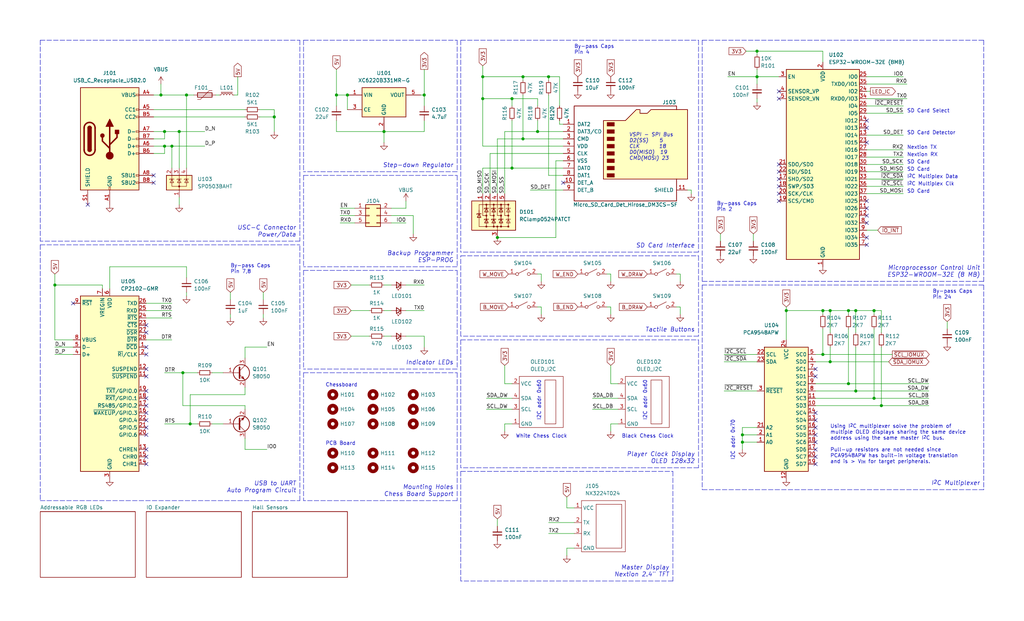
<source format=kicad_sch>
(kicad_sch (version 20211123) (generator eeschema)
  (paper "USLegal")
  (title_block (title "Chess Board IOT") (date "2022-10-17") (rev "A") (company "Butler Electronics") (comment 1 "Design by Joshua Butler, MD, MHI"))
  (junction (at 190.5 26.67))
  (junction (at 288.29 125.73))
  (junction (at 273.05 107.95))
  (junction (at 172.72 82.55))
  (junction (at 181.61 48.26))
  (junction (at 285.75 107.95))
  (junction (at 57.15 50.8))
  (junction (at 294.64 107.95))
  (junction (at 55.88 33.02))
  (junction (at 116.84 33.02))
  (junction (at 186.69 45.72))
  (junction (at 95.25 40.64))
  (junction (at 177.8 34.29))
  (junction (at 64.77 33.02))
  (junction (at 306.07 140.97))
  (junction (at 303.53 107.95))
  (junction (at 147.32 33.02))
  (junction (at 297.18 107.95))
  (junction (at 62.23 45.72))
  (junction (at 294.64 133.35))
  (junction (at 181.61 26.67))
  (junction (at 288.29 107.95))
  (junction (at 120.65 33.02))
  (junction (at 63.5 129.54))
  (junction (at 57.15 45.72))
  (junction (at 297.18 135.89))
  (junction (at 262.89 17.78))
  (junction (at 177.8 58.42))
  (junction (at 133.35 45.72))
  (junction (at 167.64 34.29))
  (junction (at 66.04 147.32))
  (junction (at 262.89 26.67))
  (junction (at 257.81 153.67))
  (junction (at 19.05 99.06))
  (junction (at 257.81 151.13))
  (junction (at 167.64 26.67))
  (junction (at 303.53 138.43))
  (junction (at 59.69 50.8))
  (junction (at 285.75 123.19))
  (no_connect (at 283.21 146.05))
  (no_connect (at 270.51 31.75))
  (no_connect (at 270.51 34.29))
  (no_connect (at 300.99 69.85))
  (no_connect (at 300.99 77.47))
  (no_connect (at 283.21 130.81))
  (no_connect (at 270.51 57.15))
  (no_connect (at 283.21 128.27))
  (no_connect (at 300.99 49.53))
  (no_connect (at 270.51 59.69))
  (no_connect (at 300.99 41.91))
  (no_connect (at 283.21 151.13))
  (no_connect (at 270.51 69.85))
  (no_connect (at 283.21 143.51))
  (no_connect (at 300.99 72.39))
  (no_connect (at 300.99 74.93))
  (no_connect (at 270.51 67.31))
  (no_connect (at 53.34 63.5))
  (no_connect (at 53.34 60.96))
  (no_connect (at 283.21 158.75))
  (no_connect (at 283.21 161.29))
  (no_connect (at 195.58 63.5))
  (no_connect (at 283.21 148.59))
  (no_connect (at 283.21 153.67))
  (no_connect (at 270.51 62.23))
  (no_connect (at 50.8 128.27))
  (no_connect (at 50.8 151.13))
  (no_connect (at 50.8 146.05))
  (no_connect (at 50.8 143.51))
  (no_connect (at 50.8 148.59))
  (no_connect (at 50.8 158.75))
  (no_connect (at 50.8 156.21))
  (no_connect (at 50.8 161.29))
  (no_connect (at 50.8 138.43))
  (no_connect (at 50.8 135.89))
  (no_connect (at 50.8 140.97))
  (no_connect (at 50.8 130.81))
  (no_connect (at 25.4 105.41))
  (no_connect (at 50.8 123.19))
  (no_connect (at 50.8 120.65))
  (no_connect (at 50.8 113.03))
  (no_connect (at 50.8 115.57))
  (no_connect (at 30.48 71.12))
  (no_connect (at 300.99 85.09))
  (no_connect (at 300.99 44.45))
  (no_connect (at 270.51 64.77))
  (no_connect (at 283.21 156.21))
  (no_connect (at 300.99 82.55))
  (polyline (pts (xy 13.97 173.99) (xy 104.14 173.99)))
  (wire (pts (xy 121.92 99.06) (xy 128.27 99.06)))
  (wire (pts (xy 63.5 140.97) (xy 63.5 129.54)))
  (wire (pts (xy 195.58 60.96) (xy 190.5 60.96)))
  (wire (pts (xy 175.26 147.32) (xy 175.26 149.86)))
  (wire (pts (xy 283.21 135.89) (xy 297.18 135.89)))
  (wire (pts (xy 66.04 147.32) (xy 68.58 147.32)))
  (wire (pts (xy 177.8 41.91) (xy 177.8 58.42)))
  (wire (pts (xy 300.99 59.69) (xy 313.69 59.69)))
  (wire (pts (xy 262.89 24.13) (xy 262.89 26.67)))
  (wire (pts (xy 262.89 34.29) (xy 262.89 35.56)))
  (polyline (pts (xy 160.02 13.97) (xy 160.02 87.63)))
  (wire (pts (xy 167.64 22.86) (xy 167.64 26.67)))
  (wire (pts (xy 85.09 124.46) (xy 85.09 120.65)))
  (polyline (pts (xy 158.75 173.99) (xy 105.41 173.99)))
  (wire (pts (xy 240.03 66.04) (xy 240.03 67.31)))
  (wire (pts (xy 167.64 58.42) (xy 167.64 67.31)))
  (wire (pts (xy 303.53 109.22) (xy 303.53 107.95)))
  (polyline (pts (xy 104.14 173.99) (xy 104.14 85.09)))
  (wire (pts (xy 53.34 38.1) (xy 85.09 38.1)))
  (polyline (pts (xy 160.02 118.11) (xy 160.02 162.56)))
  (wire (pts (xy 288.29 125.73) (xy 308.61 125.73)))
  (wire (pts (xy 194.31 43.18) (xy 195.58 43.18)))
  (wire (pts (xy 168.91 138.43) (xy 177.8 138.43)))
  (wire (pts (xy 283.21 140.97) (xy 306.07 140.97)))
  (wire (pts (xy 193.04 82.55) (xy 172.72 82.55)))
  (wire (pts (xy 273.05 106.68) (xy 273.05 107.95)))
  (polyline (pts (xy 242.57 88.9) (xy 242.57 116.84)))
  (polyline (pts (xy 243.84 99.06) (xy 341.63 99.06)))
  (wire (pts (xy 57.15 147.32) (xy 66.04 147.32)))
  (wire (pts (xy 147.32 41.91) (xy 147.32 45.72)))
  (wire (pts (xy 85.09 137.16) (xy 66.04 137.16)))
  (wire (pts (xy 140.97 69.85) (xy 140.97 72.39)))
  (wire (pts (xy 297.18 120.65) (xy 297.18 135.89)))
  (wire (pts (xy 186.69 41.91) (xy 186.69 45.72)))
  (wire (pts (xy 251.46 135.89) (xy 262.89 135.89)))
  (wire (pts (xy 193.04 55.88) (xy 193.04 82.55)))
  (wire (pts (xy 238.76 66.04) (xy 240.03 66.04)))
  (wire (pts (xy 297.18 107.95) (xy 297.18 115.57)))
  (wire (pts (xy 133.35 107.95) (xy 135.89 107.95)))
  (polyline (pts (xy 160.02 163.83) (xy 233.68 163.83)))
  (wire (pts (xy 328.93 111.76) (xy 328.93 114.3)))
  (wire (pts (xy 82.55 26.67) (xy 82.55 33.02)))
  (wire (pts (xy 288.29 107.95) (xy 288.29 115.57)))
  (polyline (pts (xy 105.41 13.97) (xy 105.41 59.69)))
  (wire (pts (xy 116.84 41.91) (xy 116.84 45.72)))
  (wire (pts (xy 288.29 120.65) (xy 288.29 125.73)))
  (wire (pts (xy 116.84 33.02) (xy 120.65 33.02)))
  (wire (pts (xy 212.09 127) (xy 212.09 133.35)))
  (wire (pts (xy 147.32 116.84) (xy 147.32 120.65)))
  (wire (pts (xy 118.11 74.93) (xy 123.19 74.93)))
  (polyline (pts (xy 160.02 13.97) (xy 242.57 13.97)))
  (wire (pts (xy 177.8 34.29) (xy 186.69 34.29)))
  (polyline (pts (xy 160.02 163.83) (xy 160.02 201.93)))
  (wire (pts (xy 303.53 114.3) (xy 303.53 138.43)))
  (wire (pts (xy 177.8 36.83) (xy 177.8 34.29)))
  (wire (pts (xy 177.8 147.32) (xy 175.26 147.32)))
  (wire (pts (xy 50.8 118.11) (xy 59.69 118.11)))
  (wire (pts (xy 194.31 43.18) (xy 194.31 41.91)))
  (wire (pts (xy 38.1 92.71) (xy 64.77 92.71)))
  (polyline (pts (xy 242.57 162.56) (xy 160.02 162.56)))
  (wire (pts (xy 64.77 92.71) (xy 64.77 96.52)))
  (wire (pts (xy 283.21 138.43) (xy 303.53 138.43)))
  (wire (pts (xy 294.64 133.35) (xy 322.58 133.35)))
  (wire (pts (xy 53.34 48.26) (xy 57.15 48.26)))
  (wire (pts (xy 234.95 106.68) (xy 236.22 106.68)))
  (wire (pts (xy 118.11 77.47) (xy 123.19 77.47)))
  (wire (pts (xy 143.51 74.93) (xy 143.51 81.28)))
  (wire (pts (xy 55.88 33.02) (xy 53.34 33.02)))
  (polyline (pts (xy 105.41 93.98) (xy 158.75 93.98)))
  (wire (pts (xy 283.21 125.73) (xy 288.29 125.73)))
  (wire (pts (xy 262.89 26.67) (xy 270.51 26.67)))
  (wire (pts (xy 168.91 142.24) (xy 177.8 142.24)))
  (wire (pts (xy 59.69 50.8) (xy 71.12 50.8)))
  (wire (pts (xy 190.5 33.02) (xy 190.5 60.96)))
  (wire (pts (xy 285.75 123.19) (xy 309.88 123.19)))
  (wire (pts (xy 212.09 147.32) (xy 212.09 149.86)))
  (wire (pts (xy 118.11 72.39) (xy 123.19 72.39)))
  (wire (pts (xy 273.05 107.95) (xy 273.05 118.11)))
  (wire (pts (xy 195.58 55.88) (xy 193.04 55.88)))
  (wire (pts (xy 57.15 48.26) (xy 57.15 45.72)))
  (polyline (pts (xy 160.02 116.84) (xy 160.02 88.9)))
  (wire (pts (xy 121.92 107.95) (xy 128.27 107.95)))
  (wire (pts (xy 236.22 106.68) (xy 236.22 109.22)))
  (wire (pts (xy 80.01 109.22) (xy 80.01 110.49)))
  (wire (pts (xy 147.32 33.02) (xy 147.32 36.83)))
  (wire (pts (xy 306.07 140.97) (xy 322.58 140.97)))
  (polyline (pts (xy 242.57 118.11) (xy 242.57 162.56)))
  (polyline (pts (xy 158.75 128.27) (xy 105.41 128.27)))
  (wire (pts (xy 140.97 107.95) (xy 147.32 107.95)))
  (wire (pts (xy 167.64 34.29) (xy 177.8 34.29)))
  (wire (pts (xy 38.1 92.71) (xy 38.1 100.33)))
  (wire (pts (xy 170.18 53.34) (xy 195.58 53.34)))
  (wire (pts (xy 261.62 81.28) (xy 261.62 83.82)))
  (polyline (pts (xy 243.84 13.97) (xy 243.84 97.79)))
  (polyline (pts (xy 105.41 60.96) (xy 158.75 60.96)))
  (wire (pts (xy 57.15 129.54) (xy 63.5 129.54)))
  (polyline (pts (xy 13.97 85.09) (xy 104.14 85.09)))
  (wire (pts (xy 90.17 40.64) (xy 95.25 40.64)))
  (wire (pts (xy 19.05 123.19) (xy 25.4 123.19)))
  (wire (pts (xy 288.29 107.95) (xy 294.64 107.95)))
  (polyline (pts (xy 158.75 60.96) (xy 158.75 92.71)))
  (wire (pts (xy 172.72 180.34) (xy 172.72 182.88)))
  (wire (pts (xy 91.44 109.22) (xy 91.44 110.49)))
  (wire (pts (xy 184.15 66.04) (xy 195.58 66.04)))
  (wire (pts (xy 300.99 34.29) (xy 314.96 34.29)))
  (wire (pts (xy 300.99 64.77) (xy 313.69 64.77)))
  (wire (pts (xy 59.69 50.8) (xy 59.69 58.42)))
  (polyline (pts (xy 13.97 13.97) (xy 13.97 83.82)))
  (wire (pts (xy 67.31 33.02) (xy 64.77 33.02)))
  (wire (pts (xy 205.74 142.24) (xy 214.63 142.24)))
  (wire (pts (xy 259.08 17.78) (xy 262.89 17.78)))
  (wire (pts (xy 285.75 114.3) (xy 285.75 123.19)))
  (wire (pts (xy 257.81 151.13) (xy 262.89 151.13)))
  (polyline (pts (xy 233.68 163.83) (xy 233.68 201.93)))
  (wire (pts (xy 262.89 17.78) (xy 285.75 17.78)))
  (wire (pts (xy 186.69 106.68) (xy 187.96 106.68)))
  (wire (pts (xy 19.05 120.65) (xy 25.4 120.65)))
  (wire (pts (xy 95.25 40.64) (xy 95.25 45.72)))
  (wire (pts (xy 62.23 45.72) (xy 62.23 58.42)))
  (wire (pts (xy 116.84 45.72) (xy 133.35 45.72)))
  (polyline (pts (xy 158.75 93.98) (xy 158.75 128.27)))
  (wire (pts (xy 251.46 125.73) (xy 262.89 125.73)))
  (wire (pts (xy 73.66 147.32) (xy 77.47 147.32)))
  (wire (pts (xy 172.72 48.26) (xy 172.72 67.31)))
  (wire (pts (xy 53.34 40.64) (xy 85.09 40.64)))
  (polyline (pts (xy 158.75 129.54) (xy 158.75 173.99)))
  (polyline (pts (xy 233.68 201.93) (xy 160.02 201.93)))
  (wire (pts (xy 167.64 58.42) (xy 177.8 58.42)))
  (wire (pts (xy 95.25 38.1) (xy 95.25 40.64)))
  (wire (pts (xy 300.99 57.15) (xy 313.69 57.15)))
  (wire (pts (xy 121.92 116.84) (xy 128.27 116.84)))
  (polyline (pts (xy 13.97 85.09) (xy 13.97 173.99)))
  (wire (pts (xy 262.89 26.67) (xy 262.89 29.21)))
  (wire (pts (xy 57.15 45.72) (xy 62.23 45.72)))
  (polyline (pts (xy 105.41 129.54) (xy 158.75 129.54)))
  (wire (pts (xy 116.84 33.02) (xy 116.84 36.83)))
  (wire (pts (xy 194.31 26.67) (xy 190.5 26.67)))
  (wire (pts (xy 35.56 100.33) (xy 35.56 99.06)))
  (wire (pts (xy 257.81 153.67) (xy 257.81 156.21)))
  (polyline (pts (xy 105.41 129.54) (xy 105.41 173.99)))
  (wire (pts (xy 146.05 33.02) (xy 147.32 33.02)))
  (wire (pts (xy 306.07 120.65) (xy 306.07 140.97)))
  (wire (pts (xy 262.89 17.78) (xy 262.89 19.05)))
  (wire (pts (xy 50.8 110.49) (xy 59.69 110.49)))
  (wire (pts (xy 300.99 26.67) (xy 313.69 26.67)))
  (wire (pts (xy 306.07 107.95) (xy 303.53 107.95)))
  (wire (pts (xy 57.15 50.8) (xy 59.69 50.8)))
  (wire (pts (xy 80.01 101.6) (xy 80.01 104.14)))
  (wire (pts (xy 250.19 81.28) (xy 250.19 83.82)))
  (wire (pts (xy 199.39 190.5) (xy 196.85 190.5)))
  (wire (pts (xy 55.88 29.21) (xy 55.88 33.02)))
  (wire (pts (xy 53.34 53.34) (xy 57.15 53.34)))
  (wire (pts (xy 135.89 77.47) (xy 140.97 77.47)))
  (wire (pts (xy 257.81 153.67) (xy 262.89 153.67)))
  (wire (pts (xy 66.04 137.16) (xy 66.04 147.32)))
  (wire (pts (xy 172.72 48.26) (xy 181.61 48.26)))
  (wire (pts (xy 175.26 45.72) (xy 186.69 45.72)))
  (wire (pts (xy 175.26 127) (xy 175.26 133.35)))
  (wire (pts (xy 73.66 129.54) (xy 77.47 129.54)))
  (wire (pts (xy 190.5 26.67) (xy 181.61 26.67)))
  (wire (pts (xy 57.15 53.34) (xy 57.15 50.8)))
  (wire (pts (xy 181.61 27.94) (xy 181.61 26.67)))
  (wire (pts (xy 167.64 26.67) (xy 167.64 34.29)))
  (wire (pts (xy 133.35 99.06) (xy 135.89 99.06)))
  (wire (pts (xy 300.99 36.83) (xy 313.69 36.83)))
  (wire (pts (xy 257.81 148.59) (xy 257.81 151.13)))
  (wire (pts (xy 167.64 50.8) (xy 195.58 50.8)))
  (wire (pts (xy 196.85 176.53) (xy 196.85 172.72)))
  (wire (pts (xy 297.18 107.95) (xy 303.53 107.95)))
  (wire (pts (xy 252.73 26.67) (xy 262.89 26.67)))
  (wire (pts (xy 91.44 101.6) (xy 91.44 104.14)))
  (wire (pts (xy 190.5 185.42) (xy 199.39 185.42)))
  (wire (pts (xy 300.99 67.31) (xy 313.69 67.31)))
  (wire (pts (xy 300.99 39.37) (xy 313.69 39.37)))
  (wire (pts (xy 199.39 176.53) (xy 196.85 176.53)))
  (wire (pts (xy 300.99 62.23) (xy 313.69 62.23)))
  (wire (pts (xy 196.85 190.5) (xy 196.85 193.04)))
  (polyline (pts (xy 242.57 13.97) (xy 242.57 87.63)))
  (polyline (pts (xy 243.84 13.97) (xy 341.63 13.97)))
  (wire (pts (xy 313.69 52.07) (xy 300.99 52.07)))
  (polyline (pts (xy 160.02 118.11) (xy 242.57 118.11)))
  (wire (pts (xy 76.2 33.02) (xy 74.93 33.02)))
  (polyline (pts (xy 341.63 99.06) (xy 341.63 170.18)))
  (wire (pts (xy 181.61 33.02) (xy 181.61 48.26)))
  (wire (pts (xy 294.64 109.22) (xy 294.64 107.95)))
  (polyline (pts (xy 104.14 83.82) (xy 13.97 83.82)))
  (wire (pts (xy 190.5 181.61) (xy 199.39 181.61)))
  (wire (pts (xy 273.05 107.95) (xy 285.75 107.95)))
  (wire (pts (xy 187.96 106.68) (xy 187.96 109.22)))
  (wire (pts (xy 300.99 31.75) (xy 302.26 31.75)))
  (wire (pts (xy 303.53 138.43) (xy 322.58 138.43)))
  (polyline (pts (xy 105.41 13.97) (xy 158.75 13.97)))
  (wire (pts (xy 313.69 54.61) (xy 300.99 54.61)))
  (wire (pts (xy 85.09 152.4) (xy 85.09 156.21)))
  (polyline (pts (xy 242.57 87.63) (xy 160.02 87.63)))
  (wire (pts (xy 186.69 36.83) (xy 186.69 34.29)))
  (wire (pts (xy 234.95 95.25) (xy 236.22 95.25)))
  (wire (pts (xy 236.22 95.25) (xy 236.22 97.79)))
  (polyline (pts (xy 158.75 13.97) (xy 158.75 59.69)))
  (wire (pts (xy 210.82 95.25) (xy 212.09 95.25)))
  (wire (pts (xy 194.31 36.83) (xy 194.31 26.67)))
  (wire (pts (xy 300.99 80.01) (xy 304.8 80.01)))
  (wire (pts (xy 50.8 105.41) (xy 59.69 105.41)))
  (polyline (pts (xy 242.57 116.84) (xy 160.02 116.84)))
  (wire (pts (xy 205.74 138.43) (xy 214.63 138.43)))
  (wire (pts (xy 147.32 24.13) (xy 147.32 33.02)))
  (wire (pts (xy 306.07 115.57) (xy 306.07 107.95)))
  (wire (pts (xy 170.18 53.34) (xy 170.18 67.31)))
  (wire (pts (xy 90.17 38.1) (xy 95.25 38.1)))
  (wire (pts (xy 214.63 147.32) (xy 212.09 147.32)))
  (wire (pts (xy 82.55 33.02) (xy 81.28 33.02)))
  (polyline (pts (xy 341.63 170.18) (xy 243.84 170.18)))
  (polyline (pts (xy 13.97 13.97) (xy 104.14 13.97)))
  (wire (pts (xy 212.09 95.25) (xy 212.09 97.79)))
  (wire (pts (xy 181.61 48.26) (xy 195.58 48.26)))
  (polyline (pts (xy 104.14 13.97) (xy 104.14 83.82)))
  (wire (pts (xy 19.05 118.11) (xy 25.4 118.11)))
  (polyline (pts (xy 158.75 59.69) (xy 105.41 59.69)))
  (wire (pts (xy 283.21 133.35) (xy 294.64 133.35)))
  (polyline (pts (xy 243.84 99.06) (xy 243.84 170.18)))
  (wire (pts (xy 167.64 26.67) (xy 181.61 26.67)))
  (polyline (pts (xy 105.41 60.96) (xy 105.41 92.71)))
  (wire (pts (xy 64.77 101.6) (xy 64.77 102.87)))
  (wire (pts (xy 251.46 123.19) (xy 262.89 123.19)))
  (wire (pts (xy 135.89 72.39) (xy 140.97 72.39)))
  (wire (pts (xy 177.8 133.35) (xy 175.26 133.35)))
  (wire (pts (xy 186.69 45.72) (xy 195.58 45.72)))
  (wire (pts (xy 187.96 95.25) (xy 187.96 97.79)))
  (wire (pts (xy 210.82 106.68) (xy 212.09 106.68)))
  (wire (pts (xy 297.18 107.95) (xy 294.64 107.95)))
  (wire (pts (xy 186.69 95.25) (xy 187.96 95.25)))
  (wire (pts (xy 135.89 74.93) (xy 143.51 74.93)))
  (wire (pts (xy 35.56 99.06) (xy 19.05 99.06)))
  (polyline (pts (xy 160.02 88.9) (xy 242.57 88.9)))
  (wire (pts (xy 175.26 45.72) (xy 175.26 67.31)))
  (wire (pts (xy 85.09 156.21) (xy 92.71 156.21)))
  (wire (pts (xy 62.23 45.72) (xy 71.12 45.72)))
  (wire (pts (xy 19.05 99.06) (xy 19.05 118.11)))
  (wire (pts (xy 190.5 27.94) (xy 190.5 26.67)))
  (wire (pts (xy 64.77 33.02) (xy 55.88 33.02)))
  (wire (pts (xy 53.34 45.72) (xy 57.15 45.72)))
  (wire (pts (xy 294.64 114.3) (xy 294.64 133.35)))
  (polyline (pts (xy 341.63 13.97) (xy 341.63 97.79)))
  (wire (pts (xy 63.5 129.54) (xy 68.58 129.54)))
  (wire (pts (xy 167.64 34.29) (xy 167.64 50.8)))
  (wire (pts (xy 120.65 33.02) (xy 120.65 38.1)))
  (polyline (pts (xy 158.75 92.71) (xy 105.41 92.71)))
  (wire (pts (xy 85.09 140.97) (xy 85.09 142.24)))
  (wire (pts (xy 116.84 24.13) (xy 116.84 33.02)))
  (wire (pts (xy 50.8 107.95) (xy 59.69 107.95)))
  (wire (pts (xy 300.99 46.99) (xy 313.69 46.99)))
  (wire (pts (xy 133.35 49.53) (xy 133.35 45.72)))
  (polyline (pts (xy 341.63 97.79) (xy 243.84 97.79)))
  (wire (pts (xy 147.32 45.72) (xy 133.35 45.72)))
  (wire (pts (xy 85.09 120.65) (xy 92.71 120.65)))
  (wire (pts (xy 140.97 99.06) (xy 147.32 99.06)))
  (wire (pts (xy 257.81 151.13) (xy 257.81 153.67)))
  (wire (pts (xy 85.09 137.16) (xy 85.09 134.62)))
  (wire (pts (xy 257.81 148.59) (xy 262.89 148.59)))
  (wire (pts (xy 297.18 135.89) (xy 322.58 135.89)))
  (wire (pts (xy 140.97 116.84) (xy 147.32 116.84)))
  (wire (pts (xy 85.09 140.97) (xy 63.5 140.97)))
  (wire (pts (xy 64.77 33.02) (xy 64.77 58.42)))
  (wire (pts (xy 214.63 133.35) (xy 212.09 133.35)))
  (wire (pts (xy 19.05 95.25) (xy 19.05 99.06)))
  (wire (pts (xy 212.09 106.68) (xy 212.09 109.22)))
  (polyline (pts (xy 105.41 93.98) (xy 105.41 128.27)))
  (wire (pts (xy 283.21 123.19) (xy 285.75 123.19)))
  (wire (pts (xy 133.35 116.84) (xy 135.89 116.84)))
  (wire (pts (xy 288.29 107.95) (xy 285.75 107.95)))
  (wire (pts (xy 285.75 17.78) (xy 285.75 21.59)))
  (wire (pts (xy 177.8 58.42) (xy 195.58 58.42)))
  (wire (pts (xy 53.34 50.8) (xy 57.15 50.8)))
  (wire (pts (xy 285.75 107.95) (xy 285.75 109.22)))
  (wire (pts (xy 300.99 29.21) (xy 314.96 29.21)))
  (wire (pts (xy 62.23 68.58) (xy 62.23 71.12)))
  (text "SD Card" (at 314.96 59.69 0) (effects (font (size 1.27 1.27)) (justify left bottom)))
  (text "USB to UART\nAuto Program Circuit" (at 102.87 171.45 180) (effects (font (size 1.5 1.5) italic) (justify right bottom)))
  (text "I^{2}C Multiplex Clk" (at 314.96 64.77 0) (effects (font (size 1.27 1.27)) (justify left bottom)))
  (text "SD Card Detector" (at 314.96 46.99 0) (effects (font (size 1.27 1.27)) (justify left bottom)))
  (text "Master Display\nNextion 2.4\" TFT" (at 232.41 200.66 180) (effects (font (size 1.5 1.5) italic) (justify right bottom)))
  (text "By-pass Caps\nPin 4" (at 199.39 19.05 0) (effects (font (size 1.27 1.27)) (justify left bottom)))
  (text "Nextion RX" (at 314.96 54.61 0) (effects (font (size 1.27 1.27)) (justify left bottom)))
  (text "PCB Board" (at 113.03 154.94 0) (effects (font (size 1.27 1.27)) (justify left bottom)))
  (text "Microprocessor Control Unit\nESP32-WROOM-32E (8 MB)" (at 340.36 96.52 0) (effects (font (size 1.5 1.5) italic) (justify right bottom)))
  (text "USC-C Connector\nPower/Data" (at 102.87 82.55 180) (effects (font (size 1.5 1.5) italic) (justify right bottom)))
  (text "SD Card Interface" (at 241.3 86.36 180) (effects (font (size 1.5 1.5) italic) (justify right bottom)))
  (text "SD Card" (at 314.96 67.31 0) (effects (font (size 1.27 1.27)) (justify left bottom)))
  (text "Player Clock Display\nOLED 128x32" (at 241.3 161.29 180) (effects (font (size 1.5 1.5) italic) (justify right bottom)))
  (text "I^{2}C Multiplex Data" (at 314.96 62.23 0) (effects (font (size 1.27 1.27)) (justify left bottom)))
  (text "Chessboard" (at 113.03 134.62 0) (effects (font (size 1.27 1.27)) (justify left bottom)))
  (text "I^{2}C Multiplexer" (at 340.36 168.91 180) (effects (font (size 1.5 1.5) italic) (justify right bottom)))
  (text "SD Card" (at 314.96 57.15 0) (effects (font (size 1.27 1.27)) (justify left bottom)))
  (text "Black Chess Clock" (at 215.9 152.4 0) (effects (font (size 1.27 1.27)) (justify left bottom)))
  (text "By-pass Caps\nPin 24" (at 323.85 104.14 0) (effects (font (size 1.27 1.27)) (justify left bottom)))
  (text "By-pass Caps\nPin 7,8" (at 80.01 95.25 0) (effects (font (size 1.27 1.27)) (justify left bottom)))
  (text "I2C addr 0x60" (at 224.79 132.08 270) (effects (font (size 1.27 1.27)) (justify right bottom)))
  (text "White Chess Clock" (at 179.07 152.4 0) (effects (font (size 1.27 1.27)) (justify left bottom)))
  (text "By-pass Caps\nPin 2" (at 248.92 73.66 0) (effects (font (size 1.27 1.27)) (justify left bottom)))
  (text "I2C addr 0x70" (at 255.27 160.02 90) (effects (font (size 1.27 1.27)) (justify left bottom)))
  (text "VSPI - SPI Bus\nD2(SS)    5\nCLK       18\nD0(MISO)  19\nCMD(MOSI) 23" (at 218.44 55.88 0) (effects (font (size 1.27 1.27) italic) (justify left bottom)))
  (text "Step-down Regulator" (at 157.48 58.42 180) (effects (font (size 1.5 1.5) italic) (justify right bottom)))
  (text "Backup Programmer\nESP-PROG" (at 157.48 91.44 180) (effects (font (size 1.5 1.5) italic) (justify right bottom)))
  (text "Using I^{2}C multiplexer solve the problem of\nmultiple OLED displays sharing the same device\naddress using the same master I^{2}C bus.\n\nPull-up resistors are not needed since\nPCA9548APW has built-in voltage translation\nand is > V_{iH} for target peripherals." (at 288.29 161.29 0) (effects (font (size 1.27 1.27)) (justify left bottom)))
  (text "I2C addr 0x60" (at 187.96 132.08 270) (effects (font (size 1.27 1.27)) (justify right bottom)))
  (text "Nextion TX" (at 314.96 52.07 0) (effects (font (size 1.27 1.27)) (justify left bottom)))
  (text "Mounting Holes\nChess Board Support" (at 157.48 172.72 180) (effects (font (size 1.5 1.5) italic) (justify right bottom)))
  (text "Indicator LEDs" (at 157.48 127 180) (effects (font (size 1.5 1.5) italic) (justify right bottom)))
  (text "Tactile Buttons" (at 241.3 115.57 180) (effects (font (size 1.5 1.5) italic) (justify right bottom)))
  (text "SD Card Select" (at 314.96 39.37 0) (effects (font (size 1.27 1.27)) (justify left bottom)))
  (label "SCL_DB" (at 322.58 138.43 180))
  (label "IO0" (at 92.71 156.21 0))
  (label "TX0" (at 59.69 105.41 180))
  (label "~{I2C_SDA}" (at 313.69 62.23 180))
  (label "IO0" (at 140.97 77.47 180))
  (label "TX0" (at 147.32 107.95 180))
  (label "SD_SS" (at 175.26 67.31 90))
  (label "RTS" (at 59.69 110.49 180))
  (label "DTR" (at 59.69 118.11 180))
  (label "TX0" (at 118.11 74.93 0))
  (label "IO0" (at 313.69 26.67 180))
  (label "SDA_DW" (at 168.91 138.43 0))
  (label "~{I2C_SCL}" (at 251.46 123.19 0))
  (label "SD_DET" (at 184.15 66.04 0))
  (label "D_N" (at 71.12 45.72 0))
  (label "SD_SS" (at 313.69 39.37 180))
  (label "RX0" (at 314.96 29.21 180))
  (label "~{I2C_SCL}" (at 313.69 64.77 180))
  (label "TX2" (at 190.5 185.42 0))
  (label "~{I2C_SDA}" (at 251.46 125.73 0))
  (label "SD_MISO" (at 167.64 67.31 90))
  (label "EN" (at 92.71 120.65 0))
  (label "SDA_DB" (at 205.74 138.43 0))
  (label "SCL_DW" (at 168.91 142.24 0))
  (label "SDA_DW" (at 322.58 135.89 180))
  (label "RX2" (at 190.5 181.61 0))
  (label "SD_DET" (at 313.69 46.99 180))
  (label "SD_SCK" (at 313.69 57.15 180))
  (label "DTR" (at 57.15 129.54 0))
  (label "~{I2C_RESET}" (at 313.69 36.83 180))
  (label "RX0" (at 118.11 77.47 0))
  (label "SCL_DB" (at 205.74 142.24 0))
  (label "SDA_DB" (at 322.58 140.97 180))
  (label "TX2" (at 313.69 54.61 180))
  (label "EN" (at 118.11 72.39 0))
  (label "D_N" (at 19.05 120.65 0))
  (label "EN" (at 252.73 26.67 0))
  (label "SD_MOSI" (at 172.72 67.31 90))
  (label "~{I2C_RESET}" (at 251.46 135.89 0))
  (label "RX2" (at 313.69 52.07 180))
  (label "SD_MOSI" (at 313.69 67.31 180))
  (label "RX0" (at 59.69 107.95 180))
  (label "SCL_DW" (at 322.58 133.35 180))
  (label "SD_SCK" (at 170.18 67.31 90))
  (label "D_P" (at 71.12 50.8 0))
  (label "RTS" (at 57.15 147.32 0))
  (label "RX0" (at 147.32 99.06 180))
  (label "SD_MISO" (at 313.69 59.69 180))
  (label "TX0" (at 314.96 34.29 180))
  (label "D_P" (at 19.05 123.19 0))
  (global_label "~{SDA_IOMUX}" (shape bidirectional) (at 308.61 125.73 0) (property "Intersheet References" "${INTERSHEET_REFS}" (effects hide)))
  (global_label "~{IO_INT}" (shape input) (at 304.8 80.01 0) (property "Intersheet References" "${INTERSHEET_REFS}" (effects hide)))
  (global_label "3V3" (shape input) (at 212.09 26.67 90) (property "Intersheet References" "${INTERSHEET_REFS}" (effects hide)))
  (global_label "3V3" (shape input) (at 328.93 111.76 90) (property "Intersheet References" "${INTERSHEET_REFS}" (effects hide)))
  (global_label "B_END" (shape input) (at 200.66 106.68 180) (property "Intersheet References" "${INTERSHEET_REFS}" (effects hide)))
  (global_label "3V3" (shape output) (at 147.32 24.13 90) (property "Intersheet References" "${INTERSHEET_REFS}" (effects hide)))
  (global_label "3V3" (shape input) (at 261.62 81.28 90) (property "Intersheet References" "${INTERSHEET_REFS}" (effects hide)))
  (global_label "5V" (shape output) (at 82.55 26.67 90) (property "Intersheet References" "${INTERSHEET_REFS}" (effects hide)))
  (global_label "B_MOVE" (shape input) (at 176.53 106.68 180) (property "Intersheet References" "${INTERSHEET_REFS}" (effects hide)))
  (global_label "3V3" (shape input) (at 212.09 127 90) (property "Intersheet References" "${INTERSHEET_REFS}" (effects hide)))
  (global_label "3V3" (shape input) (at 259.08 17.78 180) (property "Intersheet References" "${INTERSHEET_REFS}" (effects hide)))
  (global_label "3V3" (shape input) (at 121.92 107.95 180) (property "Intersheet References" "${INTERSHEET_REFS}" (effects hide)))
  (global_label "W_DRAW" (shape input) (at 224.79 95.25 180) (property "Intersheet References" "${INTERSHEET_REFS}" (effects hide)))
  (global_label "3V3" (shape input) (at 200.66 26.67 90) (property "Intersheet References" "${INTERSHEET_REFS}" (effects hide)))
  (global_label "3V3" (shape input) (at 167.64 22.86 90) (property "Intersheet References" "${INTERSHEET_REFS}" (effects hide)))
  (global_label "5V" (shape input) (at 172.72 180.34 90) (property "Intersheet References" "${INTERSHEET_REFS}" (effects hide)))
  (global_label "~{SCL_IOMUX}" (shape output) (at 309.88 123.19 0) (property "Intersheet References" "${INTERSHEET_REFS}" (effects hide)))
  (global_label "B_DRAW" (shape input) (at 224.79 106.68 180) (property "Intersheet References" "${INTERSHEET_REFS}" (effects hide)))
  (global_label "3V3" (shape input) (at 273.05 106.68 90) (property "Intersheet References" "${INTERSHEET_REFS}" (effects hide)))
  (global_label "5V" (shape input) (at 19.05 95.25 90) (property "Intersheet References" "${INTERSHEET_REFS}" (effects hide)))
  (global_label "3V3" (shape input) (at 175.26 127 90) (property "Intersheet References" "${INTERSHEET_REFS}" (effects hide)))
  (global_label "5V" (shape input) (at 196.85 172.72 90) (property "Intersheet References" "${INTERSHEET_REFS}" (effects hide)))
  (global_label "3V3" (shape input) (at 121.92 116.84 180) (property "Intersheet References" "${INTERSHEET_REFS}" (effects hide)))
  (global_label "LED_IC" (shape output) (at 302.26 31.75 0) (property "Intersheet References" "${INTERSHEET_REFS}" (effects hide)))
  (global_label "5V" (shape input) (at 91.44 101.6 90) (property "Intersheet References" "${INTERSHEET_REFS}" (effects hide)))
  (global_label "5V" (shape input) (at 116.84 24.13 90) (property "Intersheet References" "${INTERSHEET_REFS}" (effects hide)))
  (global_label "W_END" (shape input) (at 200.66 95.25 180) (property "Intersheet References" "${INTERSHEET_REFS}" (effects hide)))
  (global_label "5V" (shape input) (at 80.01 101.6 90) (property "Intersheet References" "${INTERSHEET_REFS}" (effects hide)))
  (global_label "W_MOVE" (shape input) (at 176.53 95.25 180) (property "Intersheet References" "${INTERSHEET_REFS}" (effects hide)))
  (global_label "3V3" (shape input) (at 121.92 99.06 180) (property "Intersheet References" "${INTERSHEET_REFS}" (effects hide)))
  (global_label "3V3" (shape input) (at 250.19 81.28 90) (property "Intersheet References" "${INTERSHEET_REFS}" (effects hide)))
  (symbol (lib_id "User_Symbols:OLED_I2C") (at 224.79 139.7 0) (unit 1) (in_bom no)
    (property "Reference" "OLED102" (at 220.98 125.73 0) (effects (justify left)))
    (property "Value" "OLED_I2C" (at 220.98 128.27 0) (effects (justify left)))
    (property "Footprint" "User Custom Footprint:OLED_128x32_I2C_4pins" (effects hide))
  )
  (symbol (lib_id "Connector_Generic:Conn_02x03_Odd_Even") (at 128.27 74.93 0) (unit 1) (in_bom no)
    (property "Reference" "J104" (at 129.54 69.85 0))
    (property "Value" "Conn_02x03_Odd_Even" (effects hide))
    (property "Footprint" "Tag_Connect:TC2030-IDC-NL" (effects hide))
  )
  (symbol (lib_id "power:GND") (at 273.05 166.37 0) (unit 1)
    (property "Reference" "#PWR0125" (effects hide))
    (property "Value" "GND" (effects hide))
  )
  (symbol (lib_id "Device:C_Small") (at 80.01 106.68 0) (unit 1)
    (property "Reference" "C104" (at 82.55 105.4162 0) (effects (justify left)))
    (property "Value" "1uF" (at 82.55 107.9562 0) (effects (justify left)))
    (property "Footprint" "Capacitor_SMD:C_0603_1608Metric" (effects hide))
    (property "LCSC" "C14663" (effects hide))
  )
  (symbol (lib_id "power:GND") (at 262.89 35.56 0) (unit 1)
    (property "Reference" "#PWR0103" (effects hide))
    (property "Value" "GND" (effects hide))
  )
  (symbol (lib_id "power:GND") (at 172.72 82.55 0) (unit 1)
    (property "Reference" "#PWR0128" (effects hide))
    (property "Value" "GND" (effects hide))
  )
  (symbol (lib_id "power:GND") (at 257.81 156.21 0) (unit 1)
    (property "Reference" "#PWR0127" (effects hide))
    (property "Value" "GND" (effects hide))
  )
  (symbol (lib_id "power:GND") (at 196.85 193.04 0) (unit 1)
    (property "Reference" "#PWR0136" (effects hide))
    (property "Value" "GND" (effects hide))
  )
  (symbol (lib_id "power:GND") (at 95.25 45.72 0) (unit 1)
    (property "Reference" "#PWR0102" (effects hide))
    (property "Value" "GND" (effects hide))
  )
  (symbol (lib_id "Device:R_Small") (at 181.61 30.48 0) (mirror x) (unit 1)
    (property "Reference" "R117" (at 179.07 30.48 90))
    (property "Value" "47K" (at 184.15 30.48 90))
    (property "Footprint" "Resistor_SMD:R_0603_1608Metric" (effects hide))
    (property "LCSC" "C25819" (effects hide))
  )
  (symbol (lib_id "Device:C_Small") (at 250.19 86.36 0) (unit 1)
    (property "Reference" "C107" (at 252.73 85.09 0) (effects (justify left)))
    (property "Value" "22uF" (at 252.73 87.63 0) (effects (justify left)))
    (property "Footprint" "Capacitor_SMD:C_0603_1608Metric" (effects hide))
    (property "LCSC" "C59461" (effects hide))
  )
  (symbol (lib_id "Switch:SW_SPST") (at 205.74 95.25 0) (unit 1)
    (property "Reference" "SW105" (at 205.74 91.44 0))
    (property "Value" "SW_SPST" (effects hide))
    (property "Footprint" "User Custom Footprint:Button_SW_12mm_1.8mm_hole" (effects hide))
    (property "Datasheet" "https://datasheet.lcsc.com/lcsc/1811071521_Omron-Electronics-B3F-4055_C84931.pdf" (effects hide))
    (property "LCSC" "C84931" (effects hide))
  )
  (symbol (lib_id "Transistor_BJT:MMBTA42") (at 82.55 147.32 0) (mirror x) (unit 1)
    (property "Reference" "Q102" (at 87.63 146.0499 0) (effects (justify left)))
    (property "Value" "S8050" (at 87.63 148.5899 0) (effects (justify left)))
    (property "Footprint" "Package_TO_SOT_SMD:SOT-23" (effects hide))
    (property "Datasheet" "https://www.onsemi.com/pub/Collateral/MMBTA42LT1-D.PDF" (effects hide))
    (property "LCSC" "C2146" (effects hide))
  )
  (symbol (lib_id "Device:LED_Small") (at 138.43 99.06 180) (unit 1)
    (property "Reference" "LED101" (at 135.89 102.87 0) (effects (justify right)))
    (property "Value" "BLUE" (effects hide))
    (property "Footprint" "LED_SMD:LED_0603_1608Metric" (effects hide))
    (property "LCSC" "C72041" (effects hide))
  )
  (symbol (lib_id "Mechanical:MountingHole") (at 129.54 142.24 0) (unit 1) (in_bom no)
    (property "Reference" "H105" (at 132.08 142.24 0) (effects (justify left)))
    (property "Value" "MountingHole" (effects hide))
    (property "Footprint" "MountingHole:MountingHole_2.7mm_M2.5_ISO7380" (effects hide))
  )
  (symbol (lib_id "power:GND") (at 212.09 149.86 0) (unit 1)
    (property "Reference" "#PWR0124" (effects hide))
    (property "Value" "GND" (effects hide))
  )
  (symbol (lib_id "Mechanical:MountingHole") (at 115.57 137.16 0) (unit 1) (in_bom no)
    (property "Reference" "H101" (at 118.11 137.16 0) (effects (justify left)))
    (property "Value" "MountingHole" (effects hide))
    (property "Footprint" "MountingHole:MountingHole_2.7mm_M2.5_ISO7380" (effects hide))
  )
  (symbol (lib_id "power:GND") (at 133.35 49.53 0) (unit 1)
    (property "Reference" "#PWR0104" (effects hide))
    (property "Value" "GND" (effects hide))
  )
  (symbol (lib_id "power:GND") (at 212.09 97.79 0) (unit 1)
    (property "Reference" "#PWR0112" (effects hide))
    (property "Value" "GND" (effects hide))
  )
  (symbol (lib_id "Mechanical:MountingHole") (at 115.57 142.24 0) (unit 1) (in_bom no)
    (property "Reference" "H104" (at 118.11 142.24 0) (effects (justify left)))
    (property "Value" "MountingHole" (effects hide))
    (property "Footprint" "MountingHole:MountingHole_2.7mm_M2.5_ISO7380" (effects hide))
  )
  (symbol (lib_id "Mechanical:MountingHole") (at 143.51 147.32 0) (unit 1) (in_bom no)
    (property "Reference" "H109" (at 146.05 147.32 0) (effects (justify left)))
    (property "Value" "MountingHole" (effects hide))
    (property "Footprint" "MountingHole:MountingHole_2.7mm_M2.5_ISO7380" (effects hide))
  )
  (symbol (lib_id "Mechanical:MountingHole") (at 129.54 157.48 0) (unit 1) (in_bom no)
    (property "Reference" "H111" (at 132.08 157.4799 0) (effects (justify left)))
    (property "Value" "MountingHole" (effects hide))
    (property "Footprint" "MountingHole:MountingHole_3.2mm_M3_ISO7380_Pad" (effects hide))
  )
  (symbol (lib_id "Switch:SW_SPST") (at 181.61 95.25 0) (unit 1)
    (property "Reference" "SW104" (at 181.61 91.44 0))
    (property "Value" "SW_SPST" (effects hide))
    (property "Footprint" "User Custom Footprint:Button_SW_12mm_1.8mm_hole" (effects hide))
    (property "Datasheet" "https://datasheet.lcsc.com/lcsc/1811071521_Omron-Electronics-B3F-4055_C84931.pdf" (effects hide))
    (property "LCSC" "C84931" (effects hide))
  )
  (symbol (lib_id "Switch:SW_SPST") (at 205.74 106.68 0) (unit 1)
    (property "Reference" "SW108" (at 205.74 102.87 0))
    (property "Value" "SW_SPST" (effects hide))
    (property "Footprint" "User Custom Footprint:Button_SW_12mm_1.8mm_hole" (effects hide))
    (property "Datasheet" "https://datasheet.lcsc.com/lcsc/1811071521_Omron-Electronics-B3F-4055_C84931.pdf" (effects hide))
    (property "LCSC" "C84931" (effects hide))
  )
  (symbol (lib_id "Mechanical:MountingHole") (at 129.54 147.32 0) (unit 1) (in_bom no)
    (property "Reference" "H108" (at 132.08 147.32 0) (effects (justify left)))
    (property "Value" "MountingHole" (effects hide))
    (property "Footprint" "MountingHole:MountingHole_2.7mm_M2.5_ISO7380" (effects hide))
  )
  (symbol (lib_id "Device:R_Small") (at 190.5 30.48 0) (mirror x) (unit 1)
    (property "Reference" "R119" (at 187.96 30.48 90))
    (property "Value" "47K" (at 193.04 30.48 90))
    (property "Footprint" "Resistor_SMD:R_0603_1608Metric" (effects hide))
    (property "LCSC" "C25819" (effects hide))
  )
  (symbol (lib_id "Device:R_Small") (at 306.07 118.11 0) (unit 1)
    (property "Reference" "R112" (at 307.34 116.84 0) (effects (justify left)))
    (property "Value" "2K7" (at 307.34 119.38 0) (effects (justify left)))
    (property "Footprint" "Resistor_SMD:R_0603_1608Metric" (effects hide))
    (property "LCSC" "C13167" (effects hide))
  )
  (symbol (lib_id "User_Symbols:RClamp0524PATCT") (at 171.45 74.93 0) (unit 1)
    (property "Reference" "D101" (at 180.34 73.6599 0) (effects (justify left)))
    (property "Value" "RClamp0524PATCT" (at 180.34 76.1999 0) (effects (justify left)))
    (property "Footprint" "User Custom Footprint:SLP2510P8" (effects hide))
    (property "Datasheet" "https://media.digikey.com/pdf/Data%20Sheets/Semtech%20PDFs/RCLAMP3328P.pdf" (effects hide))
    (property "LCSC" "C40960" (effects hide))
  )
  (symbol (lib_id "Device:R_Small") (at 87.63 40.64 270) (unit 1)
    (property "Reference" "R103" (at 87.63 45.72 90))
    (property "Value" "5K1" (at 87.63 43.18 90))
    (property "Footprint" "Resistor_SMD:R_0805_2012Metric" (effects hide))
    (property "LCSC" "C27834" (effects hide))
  )
  (symbol (lib_id "power:GND") (at 212.09 31.75 0) (unit 1)
    (property "Reference" "#PWR0110" (effects hide))
    (property "Value" "GND" (effects hide))
  )
  (symbol (lib_id "Device:R_Small") (at 285.75 111.76 0) (unit 1)
    (property "Reference" "R104" (at 287.02 110.49 0) (effects (justify left)))
    (property "Value" "2K7" (at 287.02 113.03 0) (effects (justify left)))
    (property "Footprint" "Resistor_SMD:R_0603_1608Metric" (effects hide))
    (property "LCSC" "C13167" (effects hide))
  )
  (symbol (lib_id "power:GND") (at 261.62 88.9 0) (unit 1)
    (property "Reference" "#PWR0130" (effects hide))
    (property "Value" "GND" (effects hide))
  )
  (symbol (lib_id "power:GND") (at 38.1 71.12 0) (unit 1)
    (property "Reference" "#PWR0105" (effects hide))
    (property "Value" "GND" (effects hide))
  )
  (symbol (lib_id "Device:L_Ferrite_Small") (at 78.74 33.02 90) (unit 1)
    (property "Reference" "L101" (at 78.74 30.48 90))
    (property "Value" "L_Ferrite_Small" (effects hide))
    (property "Footprint" "Inductor_SMD:L_0805_2012Metric_Pad1.15x1.40mm_HandSolder" (effects hide))
    (property "LCSC" "C61012" (effects hide))
  )
  (symbol (lib_id "Connector:USB_C_Receptacle_USB2.0") (at 38.1 48.26 0) (unit 1)
    (property "Reference" "J101" (at 38.1 25.4 0))
    (property "Value" "USB_C_Receptacle_USB2.0" (at 38.1 27.94 0))
    (property "Footprint" "User Custom Footprint:USB_C_Receptable_918-418K2023S40001" (effects hide))
    (property "Datasheet" "https://www.usb.org/sites/default/files/documents/usb_type-c.zip" (effects hide))
    (property "LCSC" "C167321" (effects hide))
  )
  (symbol (lib_id "Device:LED_Small") (at 138.43 107.95 180) (unit 1)
    (property "Reference" "LED102" (at 135.89 111.76 0) (effects (justify right)))
    (property "Value" "GREEN" (effects hide))
    (property "Footprint" "LED_SMD:LED_0603_1608Metric" (effects hide))
    (property "LCSC" "C72043" (effects hide))
  )
  (symbol (lib_id "power:GND") (at 236.22 109.22 0) (unit 1)
    (property "Reference" "#PWR0117" (effects hide))
    (property "Value" "GND" (effects hide))
  )
  (symbol (lib_id "power:GND") (at 147.32 120.65 0) (unit 1)
    (property "Reference" "#PWR0132" (effects hide))
    (property "Value" "GND" (effects hide))
  )
  (symbol (lib_id "Device:LED_Small") (at 138.43 116.84 180) (unit 1)
    (property "Reference" "LED103" (at 135.89 120.65 0) (effects (justify right)))
    (property "Value" "RED" (effects hide))
    (property "Footprint" "LED_SMD:LED_0603_1608Metric" (effects hide))
    (property "LCSC" "C2286" (effects hide))
  )
  (symbol (lib_id "power:GND") (at 187.96 97.79 0) (unit 1)
    (property "Reference" "#PWR0111" (effects hide))
    (property "Value" "GND" (effects hide))
  )
  (symbol (lib_id "User_Symbols:OLED_I2C") (at 187.96 139.7 0) (unit 1) (in_bom no)
    (property "Reference" "OLED101" (at 184.15 125.73 0) (effects (justify left)))
    (property "Value" "OLED_I2C" (at 184.15 128.27 0) (effects (justify left)))
    (property "Footprint" "User Custom Footprint:OLED_128x32_I2C_4pins" (effects hide))
  )
  (symbol (lib_id "Mechanical:MountingHole") (at 143.51 137.16 0) (unit 1) (in_bom no)
    (property "Reference" "H103" (at 146.05 137.16 0) (effects (justify left)))
    (property "Value" "MountingHole" (effects hide))
    (property "Footprint" "MountingHole:MountingHole_2.7mm_M2.5_ISO7380" (effects hide))
  )
  (symbol (lib_id "Device:R_Small") (at 71.12 147.32 270) (mirror x) (unit 1)
    (property "Reference" "R110" (at 71.12 144.78 90))
    (property "Value" "10K" (at 71.12 149.86 90))
    (property "Footprint" "Resistor_SMD:R_0603_1608Metric" (effects hide))
    (property "LCSC" "C25804" (effects hide))
  )
  (symbol (lib_id "power:GND") (at 236.22 97.79 0) (unit 1)
    (property "Reference" "#PWR0113" (effects hide))
    (property "Value" "GND" (effects hide))
  )
  (symbol (lib_id "Switch:SW_SPST") (at 181.61 106.68 0) (unit 1)
    (property "Reference" "SW107" (at 181.61 102.87 0))
    (property "Value" "SW_SPST" (effects hide))
    (property "Footprint" "User Custom Footprint:Button_SW_12mm_1.8mm_hole" (effects hide))
    (property "Datasheet" "https://datasheet.lcsc.com/lcsc/1811071521_Omron-Electronics-B3F-4055_C84931.pdf" (effects hide))
    (property "LCSC" "C84931" (effects hide))
  )
  (symbol (lib_id "Device:R_Small") (at 288.29 118.11 0) (unit 1)
    (property "Reference" "R106" (at 289.56 116.84 0) (effects (justify left)))
    (property "Value" "2K7" (at 289.56 119.38 0) (effects (justify left)))
    (property "Footprint" "Resistor_SMD:R_0603_1608Metric" (effects hide))
    (property "LCSC" "C13167" (effects hide))
  )
  (symbol (lib_id "Device:C_Small") (at 261.62 86.36 0) (unit 1)
    (property "Reference" "C108" (at 264.16 85.09 0) (effects (justify left)))
    (property "Value" "100nF" (at 264.16 87.63 0) (effects (justify left)))
    (property "Footprint" "Capacitor_SMD:C_0603_1608Metric" (effects hide))
    (property "LCSC" "C14663" (effects hide))
  )
  (symbol (lib_id "Regulator_Linear:XC6220B331MR") (at 133.35 35.56 0) (unit 1)
    (property "Reference" "U101" (at 133.35 25.4 0))
    (property "Value" "XC6220B331MR-G" (at 133.35 27.94 0))
    (property "Footprint" "Package_TO_SOT_SMD:SOT-23-5" (effects hide))
    (property "Datasheet" "https://datasheet.lcsc.com/lcsc/1810010324_Torex-Semicon-XC6220B331MR-G_C86534.pdf" (effects hide))
    (property "LCSC" "C86534" (effects hide))
  )
  (symbol (lib_id "power:GND") (at 62.23 71.12 0) (unit 1)
    (property "Reference" "#PWR0114" (effects hide))
    (property "Value" "GND" (effects hide))
  )
  (symbol (lib_id "Device:R_Small") (at 194.31 39.37 0) (mirror x) (unit 1)
    (property "Reference" "R120" (at 191.77 39.37 90))
    (property "Value" "47K" (at 196.85 39.37 90))
    (property "Footprint" "Resistor_SMD:R_0603_1608Metric" (effects hide))
    (property "LCSC" "C25819" (effects hide))
  )
  (symbol (lib_id "power:GND") (at 200.66 31.75 0) (unit 1)
    (property "Reference" "#PWR0109" (effects hide))
    (property "Value" "GND" (effects hide))
  )
  (symbol (lib_id "Device:C_Small") (at 116.84 39.37 0) (mirror x) (unit 1)
    (property "Reference" "C102" (at 114.3 38.0935 0) (effects (justify right)))
    (property "Value" "22uF" (at 114.3 40.6335 0) (effects (justify right)))
    (property "Footprint" "Capacitor_SMD:C_0603_1608Metric" (effects hide))
    (property "LCSC" "C59461" (effects hide))
  )
  (symbol (lib_id "power:VBUS") (at 140.97 69.85 0) (unit 1)
    (property "Reference" "#PWR0133" (effects hide))
    (property "Value" "VBUS" (at 140.97 66.04 0))
  )
  (symbol (lib_id "Switch:SW_SPST") (at 229.87 106.68 0) (unit 1)
    (property "Reference" "SW109" (at 229.87 102.87 0))
    (property "Value" "SW_SPST" (effects hide))
    (property "Footprint" "User Custom Footprint:Button_SW_12mm_1.8mm_hole" (effects hide))
    (property "Datasheet" "https://datasheet.lcsc.com/lcsc/1811071521_Omron-Electronics-B3F-4055_C84931.pdf" (effects hide))
    (property "LCSC" "C84931" (effects hide))
  )
  (symbol (lib_id "power:GND") (at 91.44 110.49 0) (unit 1)
    (property "Reference" "#PWR0121" (effects hide))
    (property "Value" "GND" (effects hide))
  )
  (symbol (lib_id "Device:R_Small") (at 130.81 107.95 90) (unit 1)
    (property "Reference" "R114" (at 130.81 105.41 90))
    (property "Value" "1K" (at 130.81 110.49 90))
    (property "Footprint" "Resistor_SMD:R_0603_1608Metric" (effects hide))
    (property "LCSC" "C21190" (effects hide))
  )
  (symbol (lib_id "Switch:SW_SPST") (at 229.87 95.25 0) (unit 1)
    (property "Reference" "SW106" (at 229.87 91.44 0))
    (property "Value" "SW_SPST" (effects hide))
    (property "Footprint" "User Custom Footprint:Button_SW_12mm_1.8mm_hole" (effects hide))
    (property "Datasheet" "https://datasheet.lcsc.com/lcsc/1811071521_Omron-Electronics-B3F-4055_C84931.pdf" (effects hide))
    (property "LCSC" "C84931" (effects hide))
  )
  (symbol (lib_id "Device:C_Small") (at 147.32 39.37 0) (unit 1)
    (property "Reference" "C103" (at 149.86 38.1062 0) (effects (justify left)))
    (property "Value" "4.7uF" (at 149.86 40.6462 0) (effects (justify left)))
    (property "Footprint" "Capacitor_SMD:C_0603_1608Metric" (effects hide))
    (property "LCSC" "C19666" (effects hide))
  )
  (symbol (lib_id "Mechanical:MountingHole") (at 115.57 157.48 0) (unit 1) (in_bom no)
    (property "Reference" "H110" (at 118.11 157.4799 0) (effects (justify left)))
    (property "Value" "MountingHole" (effects hide))
    (property "Footprint" "MountingHole:MountingHole_3.2mm_M3_ISO7380_Pad" (effects hide))
  )
  (symbol (lib_id "Device:C_Small") (at 172.72 185.42 0) (unit 1)
    (property "Reference" "C111" (at 175.26 184.15 0) (effects (justify left)))
    (property "Value" "100nF" (at 175.26 186.69 0) (effects (justify left)))
    (property "Footprint" "Capacitor_SMD:C_0603_1608Metric" (effects hide))
    (property "LCSC" "C14663" (effects hide))
  )
  (symbol (lib_id "RF_Module:ESP32-WROOM-32D") (at 285.75 57.15 0) (unit 1)
    (property "Reference" "U102" (at 287.7694 19.05 0) (effects (justify left)))
    (property "Value" "ESP32-WROOM-32E (8MB)" (at 287.7694 21.59 0) (effects (justify left)))
    (property "Footprint" "RF_Module:ESP32-WROOM-32" (effects hide))
    (property "Datasheet" "https://www.espressif.com/sites/default/files/documentation/esp32-wroom-32d_esp32-wroom-32u_datasheet_en.pdf" (effects hide))
    (property "LCSC" "C701342" (effects hide))
  )
  (symbol (lib_id "power:GND") (at 212.09 109.22 0) (unit 1)
    (property "Reference" "#PWR0116" (effects hide))
    (property "Value" "GND" (effects hide))
  )
  (symbol (lib_id "Mechanical:MountingHole") (at 115.57 147.32 0) (unit 1) (in_bom no)
    (property "Reference" "H107" (at 118.11 147.32 0) (effects (justify left)))
    (property "Value" "MountingHole" (effects hide))
    (property "Footprint" "MountingHole:MountingHole_2.7mm_M2.5_ISO7380" (effects hide))
  )
  (symbol (lib_id "Device:R_Small") (at 130.81 99.06 90) (unit 1)
    (property "Reference" "R113" (at 130.81 96.52 90))
    (property "Value" "1K" (at 130.81 101.6 90))
    (property "Footprint" "Resistor_SMD:R_0603_1608Metric" (effects hide))
    (property "LCSC" "C21190" (effects hide))
  )
  (symbol (lib_id "Device:R_Small") (at 130.81 116.84 90) (unit 1)
    (property "Reference" "R115" (at 130.81 114.3 90))
    (property "Value" "470" (at 130.81 119.38 90))
    (property "Footprint" "Resistor_SMD:R_0603_1608Metric" (effects hide))
    (property "LCSC" "C23179" (effects hide))
    (property "MFR_PART_NBR" "0805W8F4700T5E" (effects hide))
  )
  (symbol (lib_id "Mechanical:MountingHole") (at 115.57 162.56 0) (unit 1) (in_bom no)
    (property "Reference" "H113" (at 118.11 162.5599 0) (effects (justify left)))
    (property "Value" "MountingHole" (effects hide))
    (property "Footprint" "MountingHole:MountingHole_3.2mm_M3_ISO7380_Pad" (effects hide))
  )
  (symbol (lib_id "Interface_USB:CP2102N-Axx-xQFN28") (at 38.1 133.35 0) (unit 1)
    (property "Reference" "U105" (at 41.91 97.79 0) (effects (justify left)))
    (property "Value" "CP2102-GMR" (at 41.91 100.33 0) (effects (justify left)))
    (property "Footprint" "Package_DFN_QFN:QFN-28-1EP_5x5mm_P0.5mm_EP3.35x3.35mm" (effects hide))
    (property "Datasheet" "https://datasheet.lcsc.com/lcsc/1811081920_SILICON-LABS-CP2102-GMR_C6568.pdf" (effects hide))
    (property "LCSC" "C6568" (effects hide))
  )
  (symbol (lib_id "Transistor_BJT:MMBTA42") (at 82.55 129.54 0) (unit 1)
    (property "Reference" "Q101" (at 87.63 128.2699 0) (effects (justify left)))
    (property "Value" "S8050" (at 87.63 130.8099 0) (effects (justify left)))
    (property "Footprint" "Package_TO_SOT_SMD:SOT-23" (effects hide))
    (property "Datasheet" "https://www.onsemi.com/pub/Collateral/MMBTA42LT1-D.PDF" (effects hide))
    (property "LCSC" "C2146" (effects hide))
  )
  (symbol (lib_id "Connector:Micro_SD_Card_Det_Hirose_DM3AT") (at 218.44 53.34 0) (unit 1)
    (property "Reference" "J103" (at 232.41 35.56 0))
    (property "Value" "Micro_SD_Card_Det_Hirose_DM3CS-SF" (at 217.17 71.12 0))
    (property "Footprint" "User Custom Footprint:DM3CS-SF" (effects hide))
    (property "Datasheet" "https://datasheet.lcsc.com/lcsc/1810121734_HRS-Hirose-DM3CS-SF_C202111.pdf" (effects hide))
    (property "LCSC" "C202111" (effects hide))
  )
  (symbol (lib_id "Device:Polyfuse") (at 71.12 33.02 90) (unit 1)
    (property "Reference" "F101" (at 72.39 30.48 90) (effects (justify left)))
    (property "Value" "C207047" (effects hide))
    (property "Footprint" "Fuse:Fuse_1210_3225Metric" (effects hide))
    (property "LCSC" "C135353" (effects hide))
  )
  (symbol (lib_id "Device:R_Small") (at 294.64 111.76 0) (unit 1)
    (property "Reference" "R107" (at 295.91 110.49 0) (effects (justify left)))
    (property "Value" "2K7" (at 295.91 113.03 0) (effects (justify left)))
    (property "Footprint" "Resistor_SMD:R_0603_1608Metric" (effects hide))
    (property "LCSC" "C13167" (effects hide))
  )
  (symbol (lib_id "power:GND") (at 175.26 149.86 0) (unit 1)
    (property "Reference" "#PWR0123" (effects hide))
    (property "Value" "GND" (effects hide))
  )
  (symbol (lib_id "Device:R_Small") (at 297.18 118.11 0) (unit 1)
    (property "Reference" "R108" (at 298.45 116.84 0) (effects (justify left)))
    (property "Value" "2K7" (at 298.45 119.38 0) (effects (justify left)))
    (property "Footprint" "Resistor_SMD:R_0603_1608Metric" (effects hide))
    (property "LCSC" "C13167" (effects hide))
  )
  (symbol (lib_id "power:GND") (at 187.96 109.22 0) (unit 1)
    (property "Reference" "#PWR0115" (effects hide))
    (property "Value" "GND" (effects hide))
  )
  (symbol (lib_id "power:VBUS") (at 55.88 29.21 0) (unit 1)
    (property "Reference" "#PWR0101" (effects hide))
    (property "Value" "VBUS" (at 55.88 24.13 0))
  )
  (symbol (lib_id "Device:C_Small") (at 91.44 106.68 0) (unit 1)
    (property "Reference" "C105" (at 93.98 105.4162 0) (effects (justify left)))
    (property "Value" "100nF" (at 93.98 107.9562 0) (effects (justify left)))
    (property "Footprint" "Capacitor_SMD:C_0603_1608Metric" (effects hide))
    (property "LCSC" "C14663" (effects hide))
  )
  (symbol (lib_id "power:GND") (at 250.19 88.9 0) (unit 1)
    (property "Reference" "#PWR0129" (effects hide))
    (property "Value" "GND" (effects hide))
  )
  (symbol (lib_id "Interface_Expansion:PCA9548APW") (at 273.05 140.97 0) (unit 1)
    (property "Reference" "U104" (at 270.51 113.03 0) (effects (justify right)))
    (property "Value" "PCA9548APW" (at 270.51 115.57 0) (effects (justify right)))
    (property "Footprint" "Package_SO:TSSOP-24_4.4x7.8mm_P0.65mm" (effects hide))
    (property "Datasheet" "https://datasheet.lcsc.com/lcsc/1809032013_NXP-Semicon-PCA9548APW-118_C21198.pdf" (effects hide))
    (property "LCSC" "C21198" (effects hide))
  )
  (symbol (lib_id "power:GND") (at 328.93 119.38 0) (unit 1)
    (property "Reference" "#PWR0108" (effects hide))
    (property "Value" "GND" (effects hide))
  )
  (symbol (lib_id "power:GND") (at 143.51 81.28 0) (unit 1)
    (property "Reference" "#PWR0134" (effects hide))
    (property "Value" "GND" (effects hide))
  )
  (symbol (lib_id "Device:R_Small") (at 262.89 21.59 0) (mirror y) (unit 1)
    (property "Reference" "R101" (at 264.16 22.86 0) (effects (justify right)))
    (property "Value" "10K" (at 264.16 20.32 0) (effects (justify right)))
    (property "Footprint" "Resistor_SMD:R_0603_1608Metric" (effects hide))
    (property "LCSC" "C25804" (effects hide))
  )
  (symbol (lib_id "Device:R_Small") (at 87.63 38.1 270) (mirror x) (unit 1)
    (property "Reference" "R102" (at 87.63 33.02 90))
    (property "Value" "5K1" (at 87.63 35.56 90))
    (property "Footprint" "Resistor_SMD:R_0805_2012Metric" (effects hide))
    (property "LCSC" "C27834" (effects hide))
  )
  (symbol (lib_id "power:GND") (at 38.1 166.37 0) (unit 1)
    (property "Reference" "#PWR0126" (effects hide))
    (property "Value" "GND" (effects hide))
  )
  (symbol (lib_id "Power_Protection:SP0503BAHT") (at 62.23 63.5 0) (unit 1)
    (property "Reference" "U103" (at 68.58 62.2299 0) (effects (justify left)))
    (property "Value" "SP0503BAHT" (at 68.58 64.7699 0) (effects (justify left)))
    (property "Footprint" "Package_TO_SOT_SMD:SOT-143" (effects hide))
    (property "Datasheet" "http://www.littelfuse.com/~/media/files/littelfuse/technical%20resources/documents/data%20sheets/sp05xxba.pdf" (effects hide))
    (property "LCSC" "C151299" (effects hide))
  )
  (symbol (lib_id "Device:C_Small") (at 212.09 29.21 0) (unit 1)
    (property "Reference" "C112" (at 214.63 27.94 0) (effects (justify left)))
    (property "Value" "100nF" (at 214.63 30.48 0) (effects (justify left)))
    (property "Footprint" "Capacitor_SMD:C_0603_1608Metric" (effects hide))
    (property "LCSC" "C14663" (effects hide))
  )
  (symbol (lib_id "Mechanical:MountingHole") (at 143.51 157.48 0) (unit 1) (in_bom no)
    (property "Reference" "H112" (at 146.05 157.4799 0) (effects (justify left)))
    (property "Value" "MountingHole" (effects hide))
    (property "Footprint" "MountingHole:MountingHole_3.2mm_M3_ISO7380_Pad" (effects hide))
  )
  (symbol (lib_id "Device:C_Small") (at 200.66 29.21 0) (unit 1)
    (property "Reference" "C110" (at 203.2 27.94 0) (effects (justify left)))
    (property "Value" "10uF" (at 203.2 30.48 0) (effects (justify left)))
    (property "Footprint" "Capacitor_SMD:C_0603_1608Metric" (effects hide))
    (property "LCSC" "C19702" (effects hide))
  )
  (symbol (lib_id "Mechanical:MountingHole") (at 143.51 142.24 0) (unit 1) (in_bom no)
    (property "Reference" "H106" (at 146.05 142.24 0) (effects (justify left)))
    (property "Value" "MountingHole" (effects hide))
    (property "Footprint" "MountingHole:MountingHole_2.7mm_M2.5_ISO7380" (effects hide))
  )
  (symbol (lib_id "Device:R_Small") (at 186.69 39.37 0) (mirror x) (unit 1)
    (property "Reference" "R118" (at 184.15 39.37 90))
    (property "Value" "47K" (at 189.23 39.37 90))
    (property "Footprint" "Resistor_SMD:R_0603_1608Metric" (effects hide))
    (property "LCSC" "C25819" (effects hide))
  )
  (symbol (lib_id "power:GND") (at 285.75 92.71 0) (unit 1)
    (property "Reference" "#PWR0118" (effects hide))
    (property "Value" "GND" (effects hide))
  )
  (symbol (lib_id "Device:R_Small") (at 303.53 111.76 0) (unit 1)
    (property "Reference" "R111" (at 304.8 110.49 0) (effects (justify left)))
    (property "Value" "2K7" (at 304.8 113.03 0) (effects (justify left)))
    (property "Footprint" "Resistor_SMD:R_0603_1608Metric" (effects hide))
    (property "LCSC" "C13167" (effects hide))
  )
  (symbol (lib_id "Device:R_Small") (at 71.12 129.54 270) (mirror x) (unit 1)
    (property "Reference" "R109" (at 71.12 127 90))
    (property "Value" "10K" (at 71.12 132.08 90))
    (property "Footprint" "Resistor_SMD:R_0603_1608Metric" (effects hide))
    (property "LCSC" "C25804" (effects hide))
  )
  (symbol (lib_id "power:GND") (at 172.72 187.96 0) (unit 1)
    (property "Reference" "#PWR0131" (effects hide))
    (property "Value" "GND" (effects hide))
  )
  (symbol (lib_id "Mechanical:MountingHole") (at 129.54 162.56 0) (unit 1) (in_bom no)
    (property "Reference" "H114" (at 132.08 162.5599 0) (effects (justify left)))
    (property "Value" "MountingHole" (effects hide))
    (property "Footprint" "MountingHole:MountingHole_3.2mm_M3_ISO7380_Pad" (effects hide))
  )
  (symbol (lib_id "Device:C_Small") (at 262.89 31.75 0) (mirror y) (unit 1)
    (property "Reference" "C101" (at 260.35 30.48 0) (effects (justify left)))
    (property "Value" "100nF" (at 260.35 33.02 0) (effects (justify left)))
    (property "Footprint" "Capacitor_SMD:C_0603_1608Metric" (effects hide))
    (property "LCSC" "C14663" (effects hide))
  )
  (symbol (lib_id "User_Symbols:NX3224T024") (at 209.55 182.88 0) (unit 1) (in_bom no)
    (property "Reference" "J105" (at 203.2 168.91 0) (effects (justify left)))
    (property "Value" "NX3224T024" (at 203.2 171.45 0) (effects (justify left)))
    (property "Footprint" "User Custom Footprint:NX3224T024" (effects hide))
  )
  (symbol (lib_id "power:GND") (at 80.01 110.49 0) (unit 1)
    (property "Reference" "#PWR0106" (effects hide))
    (property "Value" "GND" (effects hide))
  )
  (symbol (lib_id "Device:C_Small") (at 328.93 116.84 0) (unit 1)
    (property "Reference" "C109" (at 331.47 115.57 0) (effects (justify left)))
    (property "Value" "100nF" (at 331.47 118.11 0) (effects (justify left)))
    (property "Footprint" "Capacitor_SMD:C_0603_1608Metric" (effects hide))
    (property "LCSC" "C14663" (effects hide))
  )
  (symbol (lib_id "Device:R_Small") (at 177.8 39.37 0) (mirror x) (unit 1)
    (property "Reference" "R116" (at 175.26 39.37 90))
    (property "Value" "47K" (at 180.34 39.37 90))
    (property "Footprint" "Resistor_SMD:R_0603_1608Metric" (effects hide))
    (property "LCSC" "C25819" (effects hide))
  )
  (symbol (lib_id "Mechanical:MountingHole") (at 143.51 162.56 0) (unit 1) (in_bom no)
    (property "Reference" "H115" (at 146.05 162.5599 0) (effects (justify left)))
    (property "Value" "MountingHole" (effects hide))
    (property "Footprint" "MountingHole:MountingHole_3.2mm_M3_ISO7380_Pad" (effects hide))
  )
  (symbol (lib_id "power:GND") (at 240.03 67.31 0) (unit 1)
    (property "Reference" "#PWR0107" (effects hide))
    (property "Value" "GND" (effects hide))
  )
  (symbol (lib_id "Device:C_Small") (at 64.77 99.06 0) (unit 1)
    (property "Reference" "C106" (at 67.31 97.7962 0) (effects (justify left)))
    (property "Value" "100nF" (at 67.31 100.3362 0) (effects (justify left)))
    (property "Footprint" "Capacitor_SMD:C_0603_1608Metric" (effects hide))
    (property "LCSC" "C14663" (effects hide))
  )
  (symbol (lib_id "Mechanical:MountingHole") (at 129.54 137.16 0) (unit 1) (in_bom no)
    (property "Reference" "H102" (at 132.08 137.16 0) (effects (justify left)))
    (property "Value" "MountingHole" (effects hide))
    (property "Footprint" "MountingHole:MountingHole_2.7mm_M2.5_ISO7380" (effects hide))
  )
  (symbol (lib_id "power:GND") (at 64.77 102.87 0) (unit 1)
    (property "Reference" "#PWR0122" (effects hide))
    (property "Value" "GND" (effects hide))
  )
  (sheet (at 13.97 177.8) (size 33.02 22.86) (stroke (width 0.1524))
    (property "Sheet name" "Addressable RGB LEDs" (at 13.97 177.0884 0) (effects (justify left bottom)))
    (property "Sheet file" "rgb_addr_led.kicad_sch" (effects hide))
  )
  (sheet (at 87.63 177.8) (size 33.02 22.86) (stroke (width 0.1524))
    (property "Sheet name" "Hall Sensors" (at 87.63 177.0884 0) (effects (justify left bottom)))
    (property "Sheet file" "hall_sensors.kicad_sch" (effects hide))
  )
  (sheet (at 50.8 177.8) (size 33.02 22.86) (stroke (width 0.1524))
    (property "Sheet name" "IO Expander" (at 50.8 177.0884 0) (effects (justify left bottom)))
    (property "Sheet file" "io_expander_sensor_switches.kicad_sch" (effects hide))
  )
)
</source>
